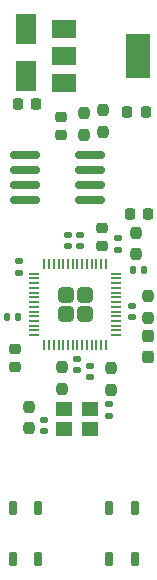
<source format=gbr>
%TF.GenerationSoftware,KiCad,Pcbnew,(6.0.11)*%
%TF.CreationDate,2024-02-25T21:15:36-06:00*%
%TF.ProjectId,PicoAlt,5069636f-416c-4742-9e6b-696361645f70,rev?*%
%TF.SameCoordinates,Original*%
%TF.FileFunction,Paste,Top*%
%TF.FilePolarity,Positive*%
%FSLAX46Y46*%
G04 Gerber Fmt 4.6, Leading zero omitted, Abs format (unit mm)*
G04 Created by KiCad (PCBNEW (6.0.11)) date 2024-02-25 21:15:36*
%MOMM*%
%LPD*%
G01*
G04 APERTURE LIST*
G04 Aperture macros list*
%AMRoundRect*
0 Rectangle with rounded corners*
0 $1 Rounding radius*
0 $2 $3 $4 $5 $6 $7 $8 $9 X,Y pos of 4 corners*
0 Add a 4 corners polygon primitive as box body*
4,1,4,$2,$3,$4,$5,$6,$7,$8,$9,$2,$3,0*
0 Add four circle primitives for the rounded corners*
1,1,$1+$1,$2,$3*
1,1,$1+$1,$4,$5*
1,1,$1+$1,$6,$7*
1,1,$1+$1,$8,$9*
0 Add four rect primitives between the rounded corners*
20,1,$1+$1,$2,$3,$4,$5,0*
20,1,$1+$1,$4,$5,$6,$7,0*
20,1,$1+$1,$6,$7,$8,$9,0*
20,1,$1+$1,$8,$9,$2,$3,0*%
G04 Aperture macros list end*
%ADD10R,1.400000X1.200000*%
%ADD11RoundRect,0.140000X0.140000X0.170000X-0.140000X0.170000X-0.140000X-0.170000X0.140000X-0.170000X0*%
%ADD12RoundRect,0.237500X-0.237500X0.250000X-0.237500X-0.250000X0.237500X-0.250000X0.237500X0.250000X0*%
%ADD13RoundRect,0.225000X0.225000X0.250000X-0.225000X0.250000X-0.225000X-0.250000X0.225000X-0.250000X0*%
%ADD14RoundRect,0.237500X0.237500X-0.250000X0.237500X0.250000X-0.237500X0.250000X-0.237500X-0.250000X0*%
%ADD15RoundRect,0.140000X0.170000X-0.140000X0.170000X0.140000X-0.170000X0.140000X-0.170000X-0.140000X0*%
%ADD16RoundRect,0.225000X0.250000X-0.225000X0.250000X0.225000X-0.250000X0.225000X-0.250000X-0.225000X0*%
%ADD17R,2.000000X1.500000*%
%ADD18R,2.000000X3.800000*%
%ADD19R,1.800000X2.500000*%
%ADD20RoundRect,0.162500X0.162500X-0.437500X0.162500X0.437500X-0.162500X0.437500X-0.162500X-0.437500X0*%
%ADD21RoundRect,0.237500X0.237500X-0.287500X0.237500X0.287500X-0.237500X0.287500X-0.237500X-0.287500X0*%
%ADD22RoundRect,0.140000X-0.140000X-0.170000X0.140000X-0.170000X0.140000X0.170000X-0.140000X0.170000X0*%
%ADD23RoundRect,0.225000X-0.225000X-0.250000X0.225000X-0.250000X0.225000X0.250000X-0.225000X0.250000X0*%
%ADD24RoundRect,0.150000X-1.125000X-0.150000X1.125000X-0.150000X1.125000X0.150000X-1.125000X0.150000X0*%
%ADD25RoundRect,0.140000X-0.170000X0.140000X-0.170000X-0.140000X0.170000X-0.140000X0.170000X0.140000X0*%
%ADD26RoundRect,0.249999X-0.395001X-0.395001X0.395001X-0.395001X0.395001X0.395001X-0.395001X0.395001X0*%
%ADD27RoundRect,0.050000X-0.387500X-0.050000X0.387500X-0.050000X0.387500X0.050000X-0.387500X0.050000X0*%
%ADD28RoundRect,0.050000X-0.050000X-0.387500X0.050000X-0.387500X0.050000X0.387500X-0.050000X0.387500X0*%
%ADD29RoundRect,0.225000X-0.250000X0.225000X-0.250000X-0.225000X0.250000X-0.225000X0.250000X0.225000X0*%
G04 APERTURE END LIST*
D10*
%TO.C,Y1*%
X147720000Y-115960000D03*
X149920000Y-115960000D03*
X149920000Y-114260000D03*
X147720000Y-114260000D03*
%TD*%
D11*
%TO.C,C13*%
X143870000Y-106430000D03*
X142910000Y-106430000D03*
%TD*%
D12*
%TO.C,R9*%
X144730000Y-114067500D03*
X144730000Y-115892500D03*
%TD*%
D13*
%TO.C,C12*%
X154635000Y-89130000D03*
X153085000Y-89130000D03*
%TD*%
D14*
%TO.C,R1*%
X154820000Y-106532500D03*
X154820000Y-104707500D03*
%TD*%
%TO.C,R3*%
X151040000Y-90802500D03*
X151040000Y-88977500D03*
%TD*%
D15*
%TO.C,C1*%
X149080000Y-100490000D03*
X149080000Y-99530000D03*
%TD*%
D16*
%TO.C,C10*%
X150990000Y-100475000D03*
X150990000Y-98925000D03*
%TD*%
D12*
%TO.C,R6*%
X151720000Y-110817500D03*
X151720000Y-112642500D03*
%TD*%
D17*
%TO.C,U1*%
X147730000Y-82050000D03*
X147730000Y-84350000D03*
D18*
X154030000Y-84350000D03*
D17*
X147730000Y-86650000D03*
%TD*%
D13*
%TO.C,C4*%
X145385000Y-88470000D03*
X143835000Y-88470000D03*
%TD*%
D19*
%TO.C,D2*%
X144500000Y-86070000D03*
X144500000Y-82070000D03*
%TD*%
D12*
%TO.C,R7*%
X153790000Y-99327500D03*
X153790000Y-101152500D03*
%TD*%
D14*
%TO.C,R5*%
X147590000Y-112562500D03*
X147590000Y-110737500D03*
%TD*%
D20*
%TO.C,SW1*%
X151565000Y-126970000D03*
X151565000Y-122670000D03*
X153715000Y-122670000D03*
X153715000Y-126970000D03*
%TD*%
D21*
%TO.C,D1*%
X154860000Y-109825000D03*
X154860000Y-108075000D03*
%TD*%
D22*
%TO.C,C8*%
X153570000Y-102530000D03*
X154530000Y-102530000D03*
%TD*%
D16*
%TO.C,C15*%
X147450000Y-91065000D03*
X147450000Y-89515000D03*
%TD*%
D23*
%TO.C,C18*%
X153285000Y-97790000D03*
X154835000Y-97790000D03*
%TD*%
D24*
%TO.C,U2*%
X144415000Y-92765000D03*
X144415000Y-94035000D03*
X144415000Y-95305000D03*
X144415000Y-96575000D03*
X149965000Y-96575000D03*
X149965000Y-95305000D03*
X149965000Y-94035000D03*
X149965000Y-92765000D03*
%TD*%
D12*
%TO.C,R4*%
X149420000Y-89197500D03*
X149420000Y-91022500D03*
%TD*%
D25*
%TO.C,C16*%
X146060000Y-115170000D03*
X146060000Y-116130000D03*
%TD*%
D26*
%TO.C,U3*%
X149470000Y-104610000D03*
X149470000Y-106210000D03*
X147870000Y-104610000D03*
X147870000Y-106210000D03*
D27*
X145232500Y-102810000D03*
X145232500Y-103210000D03*
X145232500Y-103610000D03*
X145232500Y-104010000D03*
X145232500Y-104410000D03*
X145232500Y-104810000D03*
X145232500Y-105210000D03*
X145232500Y-105610000D03*
X145232500Y-106010000D03*
X145232500Y-106410000D03*
X145232500Y-106810000D03*
X145232500Y-107210000D03*
X145232500Y-107610000D03*
X145232500Y-108010000D03*
D28*
X146070000Y-108847500D03*
X146470000Y-108847500D03*
X146870000Y-108847500D03*
X147270000Y-108847500D03*
X147670000Y-108847500D03*
X148070000Y-108847500D03*
X148470000Y-108847500D03*
X148870000Y-108847500D03*
X149270000Y-108847500D03*
X149670000Y-108847500D03*
X150070000Y-108847500D03*
X150470000Y-108847500D03*
X150870000Y-108847500D03*
X151270000Y-108847500D03*
D27*
X152107500Y-108010000D03*
X152107500Y-107610000D03*
X152107500Y-107210000D03*
X152107500Y-106810000D03*
X152107500Y-106410000D03*
X152107500Y-106010000D03*
X152107500Y-105610000D03*
X152107500Y-105210000D03*
X152107500Y-104810000D03*
X152107500Y-104410000D03*
X152107500Y-104010000D03*
X152107500Y-103610000D03*
X152107500Y-103210000D03*
X152107500Y-102810000D03*
D28*
X151270000Y-101972500D03*
X150870000Y-101972500D03*
X150470000Y-101972500D03*
X150070000Y-101972500D03*
X149670000Y-101972500D03*
X149270000Y-101972500D03*
X148870000Y-101972500D03*
X148470000Y-101972500D03*
X148070000Y-101972500D03*
X147670000Y-101972500D03*
X147270000Y-101972500D03*
X146870000Y-101972500D03*
X146470000Y-101972500D03*
X146070000Y-101972500D03*
%TD*%
D15*
%TO.C,C2*%
X143960000Y-102720000D03*
X143960000Y-101760000D03*
%TD*%
D20*
%TO.C,SW2*%
X143375000Y-126960000D03*
X143375000Y-122660000D03*
X145525000Y-122660000D03*
X145525000Y-126960000D03*
%TD*%
D15*
%TO.C,C3*%
X148050000Y-100470000D03*
X148050000Y-99510000D03*
%TD*%
D25*
%TO.C,C9*%
X148850000Y-110040000D03*
X148850000Y-111000000D03*
%TD*%
D29*
%TO.C,C5*%
X143600000Y-109155000D03*
X143600000Y-110705000D03*
%TD*%
D15*
%TO.C,C11*%
X153500000Y-106510000D03*
X153500000Y-105550000D03*
%TD*%
%TO.C,C17*%
X151500000Y-114840000D03*
X151500000Y-113880000D03*
%TD*%
D25*
%TO.C,C7*%
X149900000Y-110620000D03*
X149900000Y-111580000D03*
%TD*%
D15*
%TO.C,C6*%
X152270000Y-100780000D03*
X152270000Y-99820000D03*
%TD*%
M02*

</source>
